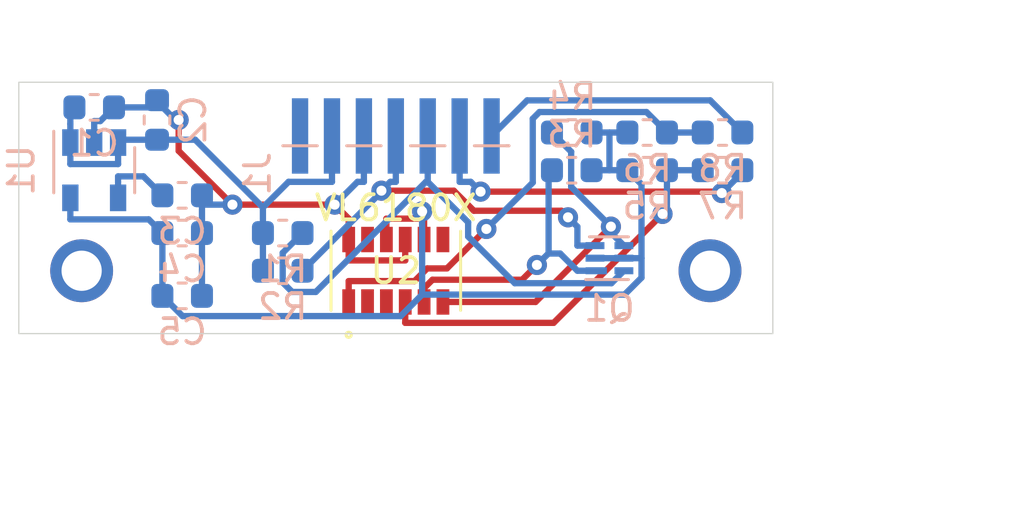
<source format=kicad_pcb>
(kicad_pcb (version 20211014) (generator pcbnew)
  (layers (0 "F.Cu" signal) (31 "B.Cu" signal) (34 "B.Paste" user) (35 "F.Paste" user) (36 "B.SilkS" user "B.Silkscreen") (37 "F.SilkS" user "F.Silkscreen") (38 "B.Mask" user) (39 "F.Mask" user) (44 "Edge.Cuts" user))
  (net 0 "")
  (net 1 "GND")
  (net 2 "VCC")
  (net 3 "Net-(C3-Pad1)")
  (net 4 "VDD")
  (net 5 "Net-(J1-Pad7)")
  (net 6 "Net-(J1-Pad6)")
  (net 7 "Net-(J1-Pad5)")
  (net 8 "Net-(J1-Pad4)")
  (net 9 "Net-(Q1-Pad4)")
  (net 10 "Net-(Q1-Pad1)")
  (net 11 "Net-(R5-Pad2)")
  (net 12 "Net-(R6-Pad2)")
  (footprint "0.main.robot:VL6180XV0NR&slash_1" (layer "F.Cu") (at 130 107.5 90)
    (fp_text reference "U2" (at 0 0 180) (layer "F.SilkS"))
    (fp_text value "VL6180X" (at 2.5 0 180) (layer "F.SilkS"))
    (fp_line (start 1.5748 -2.5781) (end -1.5748 -2.5781) (layer "F.SilkS") (width 0.12))
    (fp_line (start -1.5748 2.5781) (end 1.5748 2.5781) (layer "F.SilkS") (width 0.12))
    (fp_circle (center -2.548599 -1.875) (end -2.446999 -1.875) (layer "F.SilkS") (width 0.12) (fill none))
    (pad "1" smd rect locked (at -1.2422 -1.875 90) (size 1.011199 0.5088) (layers "F.Cu" "F.Paste" "F.Mask") (net 12 "Net-(R6-Pad2)"))
    (pad "2" smd rect locked (at -1.2422 -1.124999 90) (size 1.011199 0.5088) (layers "F.Cu" "F.Paste" "F.Mask"))
    (pad "3" smd rect locked (at -1.2422 -0.375001 90) (size 1.011199 0.5088) (layers "F.Cu" "F.Paste" "F.Mask"))
    (pad "4" smd rect locked (at -1.2422 0.375001 90) (size 1.011199 0.5088) (layers "F.Cu" "F.Paste" "F.Mask") (net 11 "Net-(R5-Pad2)"))
    (pad "5" smd rect locked (at -1.2422 1.124999 90) (size 1.011199 0.5088) (layers "F.Cu" "F.Paste" "F.Mask") (net 10 "Net-(Q1-Pad1)"))
    (pad "6" smd rect locked (at -1.2422 1.875 90) (size 1.011199 0.5088) (layers "F.Cu" "F.Paste" "F.Mask") (net 9 "Net-(Q1-Pad4)"))
    (pad "7" smd rect locked (at 1.2422 1.875 90) (size 1.011199 0.5088) (layers "F.Cu" "F.Paste" "F.Mask"))
    (pad "8" smd rect locked (at 1.2422 1.124999 90) (size 1.011199 0.5088) (layers "F.Cu" "F.Paste" "F.Mask") (net 4 "VDD"))
    (pad "9" smd rect locked (at 1.2422 0.375001 90) (size 1.011199 0.5088) (layers "F.Cu" "F.Paste" "F.Mask") (net 1 "GND"))
    (pad "10" smd rect locked (at 1.2422 -0.375001 90) (size 1.011199 0.5088) (layers "F.Cu" "F.Paste" "F.Mask") (net 4 "VDD"))
    (pad "11" smd rect locked (at 1.2422 -1.124999 90) (size 1.011199 0.5088) (layers "F.Cu" "F.Paste" "F.Mask"))
    (pad "12" smd rect locked (at 1.2422 -1.875 90) (size 1.011199 0.5088) (layers "F.Cu" "F.Paste" "F.Mask") (net 1 "GND"))
  )
  (footprint "Capacitor_SMD:C_0603_1608Metric" (layer "B.Cu") (at 118 101)
    (fp_text reference "C1" (at 0 1.43) (layer "B.SilkS") (effects (justify mirror)))
    (fp_text value "1u")
    (fp_line (start -0.162779 -0.51) (end 0.162779 -0.51) (layer "B.SilkS") (width 0.12))
    (fp_line (start -0.162779 0.51) (end 0.162779 0.51) (layer "B.SilkS") (width 0.12))
    (pad "1" smd roundrect locked (at -0.7875 0) (size 0.875 0.95) (layers "B.Cu" "B.Paste" "B.Mask") (net 2 "VCC"))
    (pad "2" smd roundrect locked (at 0.7875 0) (size 0.875 0.95) (layers "B.Cu" "B.Paste" "B.Mask") (net 1 "GND"))
  )
  (footprint "Capacitor_SMD:C_0603_1608Metric" (layer "B.Cu") (at 120.5 101.5 90)
    (fp_text reference "C2" (at 0 1.43 90) (layer "B.SilkS") (effects (justify mirror)))
    (fp_text value "0.1u")
    (fp_line (start -0.162779 -0.51) (end 0.162779 -0.51) (layer "B.SilkS") (width 0.12))
    (fp_line (start -0.162779 0.51) (end 0.162779 0.51) (layer "B.SilkS") (width 0.12))
    (pad "1" smd roundrect locked (at -0.7875 0 90) (size 0.875 0.95) (layers "B.Cu" "B.Paste" "B.Mask") (net 2 "VCC"))
    (pad "2" smd roundrect locked (at 0.7875 0 90) (size 0.875 0.95) (layers "B.Cu" "B.Paste" "B.Mask") (net 1 "GND"))
  )
  (footprint "Capacitor_SMD:C_0603_1608Metric" (layer "B.Cu") (at 121.5 104.5)
    (fp_text reference "C3" (at 0 1.43) (layer "B.SilkS") (effects (justify mirror)))
    (fp_text value "0.01u")
    (fp_line (start -0.162779 0.51) (end 0.162779 0.51) (layer "B.SilkS") (width 0.12))
    (fp_line (start -0.162779 -0.51) (end 0.162779 -0.51) (layer "B.SilkS") (width 0.12))
    (pad "1" smd roundrect locked (at -0.7875 0) (size 0.875 0.95) (layers "B.Cu" "B.Paste" "B.Mask") (net 3 "Net-(C3-Pad1)"))
    (pad "2" smd roundrect locked (at 0.7875 0) (size 0.875 0.95) (layers "B.Cu" "B.Paste" "B.Mask") (net 1 "GND"))
  )
  (footprint "Capacitor_SMD:C_0603_1608Metric" (layer "B.Cu") (at 121.5 106)
    (fp_text reference "C4" (at 0 1.43) (layer "B.SilkS") (effects (justify mirror)))
    (fp_text value "1u")
    (fp_line (start -0.162779 0.51) (end 0.162779 0.51) (layer "B.SilkS") (width 0.12))
    (fp_line (start -0.162779 -0.51) (end 0.162779 -0.51) (layer "B.SilkS") (width 0.12))
    (pad "1" smd roundrect locked (at -0.7875 0) (size 0.875 0.95) (layers "B.Cu" "B.Paste" "B.Mask") (net 4 "VDD"))
    (pad "2" smd roundrect locked (at 0.7875 0) (size 0.875 0.95) (layers "B.Cu" "B.Paste" "B.Mask") (net 1 "GND"))
  )
  (footprint "Capacitor_SMD:C_0603_1608Metric" (layer "B.Cu") (at 121.5 108.5)
    (fp_text reference "C5" (at 0 1.43) (layer "B.SilkS") (effects (justify mirror)))
    (fp_text value "0.1u")
    (fp_line (start -0.162779 -0.51) (end 0.162779 -0.51) (layer "B.SilkS") (width 0.12))
    (fp_line (start -0.162779 0.51) (end 0.162779 0.51) (layer "B.SilkS") (width 0.12))
    (pad "1" smd roundrect locked (at -0.7875 0) (size 0.875 0.95) (layers "B.Cu" "B.Paste" "B.Mask") (net 4 "VDD"))
    (pad "2" smd roundrect locked (at 0.7875 0) (size 0.875 0.95) (layers "B.Cu" "B.Paste" "B.Mask") (net 1 "GND"))
  )
  (footprint "Package_SON:WSON-6_1.5x1.5mm_P0.5mm" (layer "B.Cu") (at 138.5 107)
    (fp_text reference "Q1" (at 0 2) (layer "B.SilkS") (effects (justify mirror)))
    (fp_text value "SSM6N42FE")
    (fp_line (start -0.945 0.85) (end 0.755 0.85) (layer "B.SilkS") (width 0.12))
    (fp_line (start -0.795 -0.85) (end 0.755 -0.85) (layer "B.SilkS") (width 0.12))
    (pad "1" smd rect locked (at -0.525 0.5 90) (size 0.28 0.85) (layers "B.Cu" "B.Paste" "B.Mask") (net 10 "Net-(Q1-Pad1)"))
    (pad "2" smd rect locked (at -0.575 0 90) (size 0.28 0.75) (layers "B.Cu" "B.Paste" "B.Mask") (net 4 "VDD"))
    (pad "3" smd rect locked (at -0.575 -0.5 90) (size 0.28 0.75) (layers "B.Cu" "B.Paste" "B.Mask") (net 8 "Net-(J1-Pad4)"))
    (pad "4" smd rect locked (at 0.575 -0.5 90) (size 0.28 0.75) (layers "B.Cu" "B.Paste" "B.Mask") (net 9 "Net-(Q1-Pad4)"))
    (pad "5" smd rect locked (at 0.575 0 90) (size 0.28 0.75) (layers "B.Cu" "B.Paste" "B.Mask") (net 4 "VDD"))
    (pad "6" smd rect locked (at 0.575 0.5 90) (size 0.28 0.75) (layers "B.Cu" "B.Paste" "B.Mask") (net 7 "Net-(J1-Pad5)"))
  )
  (footprint "Resistor_SMD:R_0603_1608Metric" (layer "B.Cu") (at 125.5 106)
    (fp_text reference "R1" (at 0 1.43) (layer "B.SilkS") (effects (justify mirror)))
    (fp_text value "10k")
    (fp_line (start -0.162779 -0.51) (end 0.162779 -0.51) (layer "B.SilkS") (width 0.12))
    (fp_line (start -0.162779 0.51) (end 0.162779 0.51) (layer "B.SilkS") (width 0.12))
    (pad "1" smd roundrect locked (at -0.7875 0) (size 0.875 0.95) (layers "B.Cu" "B.Paste" "B.Mask") (net 2 "VCC"))
    (pad "2" smd roundrect locked (at 0.7875 0) (size 0.875 0.95) (layers "B.Cu" "B.Paste" "B.Mask") (net 7 "Net-(J1-Pad5)"))
  )
  (footprint "Resistor_SMD:R_0603_1608Metric" (layer "B.Cu") (at 125.5 107.5)
    (fp_text reference "R2" (at 0 1.43) (layer "B.SilkS") (effects (justify mirror)))
    (fp_text value "10k")
    (fp_line (start -0.162779 0.51) (end 0.162779 0.51) (layer "B.SilkS") (width 0.12))
    (fp_line (start -0.162779 -0.51) (end 0.162779 -0.51) (layer "B.SilkS") (width 0.12))
    (pad "1" smd roundrect locked (at -0.7875 0) (size 0.875 0.95) (layers "B.Cu" "B.Paste" "B.Mask") (net 2 "VCC"))
    (pad "2" smd roundrect locked (at 0.7875 0) (size 0.875 0.95) (layers "B.Cu" "B.Paste" "B.Mask") (net 8 "Net-(J1-Pad4)"))
  )
  (footprint "Resistor_SMD:R_0603_1608Metric" (layer "B.Cu") (at 137 103.5 180)
    (fp_text reference "R3" (at 0 1.43) (layer "B.SilkS") (effects (justify mirror)))
    (fp_text value "10k")
    (fp_line (start -0.162779 -0.51) (end 0.162779 -0.51) (layer "B.SilkS") (width 0.12))
    (fp_line (start -0.162779 0.51) (end 0.162779 0.51) (layer "B.SilkS") (width 0.12))
    (pad "1" smd roundrect locked (at -0.7875 0 180) (size 0.875 0.95) (layers "B.Cu" "B.Paste" "B.Mask") (net 4 "VDD"))
    (pad "2" smd roundrect locked (at 0.7875 0 180) (size 0.875 0.95) (layers "B.Cu" "B.Paste" "B.Mask") (net 10 "Net-(Q1-Pad1)"))
  )
  (footprint "Resistor_SMD:R_0603_1608Metric" (layer "B.Cu") (at 137 102 180)
    (fp_text reference "R4" (at 0 1.43) (layer "B.SilkS") (effects (justify mirror)))
    (fp_text value "10k")
    (fp_line (start -0.162779 0.51) (end 0.162779 0.51) (layer "B.SilkS") (width 0.12))
    (fp_line (start -0.162779 -0.51) (end 0.162779 -0.51) (layer "B.SilkS") (width 0.12))
    (pad "1" smd roundrect locked (at -0.7875 0 180) (size 0.875 0.95) (layers "B.Cu" "B.Paste" "B.Mask") (net 4 "VDD"))
    (pad "2" smd roundrect locked (at 0.7875 0 180) (size 0.875 0.95) (layers "B.Cu" "B.Paste" "B.Mask") (net 9 "Net-(Q1-Pad4)"))
  )
  (footprint "Resistor_SMD:R_0603_1608Metric" (layer "B.Cu") (at 140 103.5)
    (fp_text reference "R5" (at 0 1.43) (layer "B.SilkS") (effects (justify mirror)))
    (fp_text value "47k")
    (fp_line (start -0.162779 -0.51) (end 0.162779 -0.51) (layer "B.SilkS") (width 0.12))
    (fp_line (start -0.162779 0.51) (end 0.162779 0.51) (layer "B.SilkS") (width 0.12))
    (pad "1" smd roundrect locked (at -0.7875 0) (size 0.875 0.95) (layers "B.Cu" "B.Paste" "B.Mask") (net 4 "VDD"))
    (pad "2" smd roundrect locked (at 0.7875 0) (size 0.875 0.95) (layers "B.Cu" "B.Paste" "B.Mask") (net 11 "Net-(R5-Pad2)"))
  )
  (footprint "Resistor_SMD:R_0603_1608Metric" (layer "B.Cu") (at 140 102)
    (fp_text reference "R6" (at 0 1.43) (layer "B.SilkS") (effects (justify mirror)))
    (fp_text value "47k")
    (fp_line (start -0.162779 -0.51) (end 0.162779 -0.51) (layer "B.SilkS") (width 0.12))
    (fp_line (start -0.162779 0.51) (end 0.162779 0.51) (layer "B.SilkS") (width 0.12))
    (pad "1" smd roundrect locked (at -0.7875 0) (size 0.875 0.95) (layers "B.Cu" "B.Paste" "B.Mask") (net 4 "VDD"))
    (pad "2" smd roundrect locked (at 0.7875 0) (size 0.875 0.95) (layers "B.Cu" "B.Paste" "B.Mask") (net 12 "Net-(R6-Pad2)"))
  )
  (footprint "Resistor_SMD:R_0603_1608Metric" (layer "B.Cu") (at 143 103.5)
    (fp_text reference "R7" (at 0 1.43) (layer "B.SilkS") (effects (justify mirror)))
    (fp_text value "1k")
    (fp_line (start -0.162779 0.51) (end 0.162779 0.51) (layer "B.SilkS") (width 0.12))
    (fp_line (start -0.162779 -0.51) (end 0.162779 -0.51) (layer "B.SilkS") (width 0.12))
    (pad "1" smd roundrect locked (at -0.7875 0) (size 0.875 0.95) (layers "B.Cu" "B.Paste" "B.Mask") (net 11 "Net-(R5-Pad2)"))
    (pad "2" smd roundrect locked (at 0.7875 0) (size 0.875 0.95) (layers "B.Cu" "B.Paste" "B.Mask") (net 6 "Net-(J1-Pad6)"))
  )
  (footprint "Resistor_SMD:R_0603_1608Metric" (layer "B.Cu") (at 143 102)
    (fp_text reference "R8" (at 0 1.43) (layer "B.SilkS") (effects (justify mirror)))
    (fp_text value "1k")
    (fp_line (start -0.162779 -0.51) (end 0.162779 -0.51) (layer "B.SilkS") (width 0.12))
    (fp_line (start -0.162779 0.51) (end 0.162779 0.51) (layer "B.SilkS") (width 0.12))
    (pad "1" smd roundrect locked (at -0.7875 0) (size 0.875 0.95) (layers "B.Cu" "B.Paste" "B.Mask") (net 12 "Net-(R6-Pad2)"))
    (pad "2" smd roundrect locked (at 0.7875 0) (size 0.875 0.95) (layers "B.Cu" "B.Paste" "B.Mask") (net 5 "Net-(J1-Pad7)"))
  )
  (footprint "Package_TO_SOT_SMD:SOT-23-5" (layer "B.Cu") (at 118 103.5 -90)
    (fp_text reference "U1" (at 0 2.9 90) (layer "B.SilkS") (effects (justify mirror)))
    (fp_text value "Si91841")
    (fp_line (start 0.9 1.61) (end -1.55 1.61) (layer "B.SilkS") (width 0.12))
    (fp_line (start -0.9 -1.61) (end 0.9 -1.61) (layer "B.SilkS") (width 0.12))
    (pad "1" smd rect locked (at -1.1 0.95 270) (size 1.06 0.65) (layers "B.Cu" "B.Paste" "B.Mask") (net 2 "VCC"))
    (pad "2" smd rect locked (at -1.1 0 270) (size 1.06 0.65) (layers "B.Cu" "B.Paste" "B.Mask") (net 1 "GND"))
    (pad "3" smd rect locked (at -1.1 -0.95 270) (size 1.06 0.65) (layers "B.Cu" "B.Paste" "B.Mask") (net 2 "VCC"))
    (pad "4" smd rect locked (at 1.1 -0.95 270) (size 1.06 0.65) (layers "B.Cu" "B.Paste" "B.Mask") (net 3 "Net-(C3-Pad1)"))
    (pad "5" smd rect locked (at 1.1 0.95 270) (size 1.06 0.65) (layers "B.Cu" "B.Paste" "B.Mask") (net 4 "VDD"))
  )
  (footprint "0.main.robot:Pin_1x07_P1.27mm_SMD" (layer "B.Cu") (at 130 103.6375 -90)
    (fp_text reference "J1" (at 0 5.505 90) (layer "B.SilkS") (effects (justify mirror)))
    (fp_text value "Conn_01x07")
    (fp_line (start -1.11 -3.125) (end -1.11 -4.495) (layer "B.SilkS") (width 0.12))
    (fp_line (start -1.11 1.955) (end -1.11 0.585) (layer "B.SilkS") (width 0.12))
    (fp_line (start -1.11 -4.395) (end -1.11 -4.505) (layer "B.SilkS") (width 0.12))
    (fp_line (start -1.11 -0.585) (end -1.11 -1.955) (layer "B.SilkS") (width 0.12))
    (fp_line (start -1.11 4.495) (end -1.11 3.125) (layer "B.SilkS") (width 0.12))
    (pad "1" smd rect (at -1.5 3.81 270) (size 3 0.65) (layers "B.Cu" "B.Paste" "B.Mask"))
    (pad "2" smd rect (at -1.5 2.54 270) (size 3 0.65) (layers "B.Cu" "B.Paste" "B.Mask") (net 2 "VCC"))
    (pad "3" smd rect (at -1.5 1.27 270) (size 3 0.65) (layers "B.Cu" "B.Paste" "B.Mask") (net 1 "GND"))
    (pad "4" smd rect (at -1.5 0 270) (size 3 0.65) (layers "B.Cu" "B.Paste" "B.Mask") (net 8 "Net-(J1-Pad4)"))
    (pad "5" smd rect (at -1.5 -1.27 270) (size 3 0.65) (layers "B.Cu" "B.Paste" "B.Mask") (net 7 "Net-(J1-Pad5)"))
    (pad "6" smd rect (at -1.5 -2.54 270) (size 3 0.65) (layers "B.Cu" "B.Paste" "B.Mask") (net 6 "Net-(J1-Pad6)"))
    (pad "7" smd rect (at -1.5 -3.81 270) (size 3 0.65) (layers "B.Cu" "B.Paste" "B.Mask") (net 5 "Net-(J1-Pad7)"))
  )
  (gr_rect (start 115 100) (end 145 110) (layer "Edge.Cuts") (width 0.05) (fill none))
  (via (at 117.5 107.5) (size 2.5) (drill 1.6) (layers "F.Cu" "B.Cu") (net 0))
  (via (at 142.5 107.5) (size 2.5) (drill 1.6) (layers "F.Cu" "B.Cu") (net 0))
  (segment (start 128.125 107.0887) (end 130.375 107.0887) (width 0.25) (layer "F.Cu") (net 1))
  (segment (start 121.3594 101.5) (end 121.3594 102.7297) (width 0.25) (layer "F.Cu") (net 1))
  (segment (start 128.125 106.2578) (end 128.125 105.4269) (width 0.25) (layer "F.Cu") (net 1))
  (segment (start 130.375 106.2578) (end 130.375 107.0887) (width 0.25) (layer "F.Cu") (net 1))
  (segment (start 121.3594 102.7297) (end 123.5 104.8703) (width 0.25) (layer "F.Cu") (net 1))
  (segment (start 123.5 104.8703) (end 127.5684 104.8703) (width 0.25) (layer "F.Cu") (net 1))
  (segment (start 128.125 106.2578) (end 128.125 107.0887) (width 0.25) (layer "F.Cu") (net 1))
  (segment (start 127.5684 104.8703) (end 128.125 105.4269) (width 0.25) (layer "F.Cu") (net 1))
  (via (at 121.3594 101.5) (size 0.8) (drill 0.4) (layers "F.Cu" "B.Cu") (net 1))
  (via (at 123.5 104.8703) (size 0.8) (drill 0.4) (layers "F.Cu" "B.Cu") (net 1))
  (via (at 127.5684 104.8703) (size 0.8) (drill 0.4) (layers "F.Cu" "B.Cu") (net 1))
  (segment (start 122.2875 108.5) (end 122.2875 106) (width 0.25) (layer "B.Cu") (net 1))
  (segment (start 123.5 104.8703) (end 122.2875 104.8703) (width 0.25) (layer "B.Cu") (net 1))
  (segment (start 120.5 100.7125) (end 120.5 100.7703) (width 0.25) (layer "B.Cu") (net 1))
  (segment (start 118.2428 101.5447) (end 118 101.5447) (width 0.25) (layer "B.Cu") (net 1))
  (segment (start 120.5 100.7703) (end 120.2703 101) (width 0.25) (layer "B.Cu") (net 1))
  (segment (start 128.4759 103.9628) (end 127.5684 104.8703) (width 0.25) (layer "B.Cu") (net 1))
  (segment (start 118 102.4) (end 118 101.5447) (width 0.25) (layer "B.Cu") (net 1))
  (segment (start 121.3594 101.5) (end 121.2297 101.5) (width 0.25) (layer "B.Cu") (net 1))
  (segment (start 122.2875 104.8703) (end 122.2875 104.5) (width 0.25) (layer "B.Cu") (net 1))
  (segment (start 120.2703 101) (end 118.7875 101) (width 0.25) (layer "B.Cu") (net 1))
  (segment (start 118.7875 101) (end 118.2428 101.5447) (width 0.25) (layer "B.Cu") (net 1))
  (segment (start 128.73 102.1375) (end 128.73 103.9628) (width 0.25) (layer "B.Cu") (net 1))
  (segment (start 128.73 103.9628) (end 128.4759 103.9628) (width 0.25) (layer "B.Cu") (net 1))
  (segment (start 121.2297 101.5) (end 120.5 100.7703) (width 0.25) (layer "B.Cu") (net 1))
  (segment (start 122.2875 106) (end 122.2875 104.8703) (width 0.25) (layer "B.Cu") (net 1))
  (segment (start 125.7311 103.9628) (end 124.7125 104.9814) (width 0.25) (layer "B.Cu") (net 2))
  (segment (start 117.05 101.6573) (end 117.05 101.1625) (width 0.25) (layer "B.Cu") (net 2))
  (segment (start 124.7125 106) (end 124.7125 107.5) (width 0.25) (layer "B.Cu") (net 2))
  (segment (start 117.05 101.1625) (end 117.2125 101) (width 0.25) (layer "B.Cu") (net 2))
  (segment (start 120.5 102.2875) (end 119.0625 102.2875) (width 0.25) (layer "B.Cu") (net 2))
  (segment (start 117.05 102.4) (end 117.05 101.6573) (width 0.25) (layer "B.Cu") (net 2))
  (segment (start 122.0186 102.2875) (end 120.5 102.2875) (width 0.25) (layer "B.Cu") (net 2))
  (segment (start 119.0625 102.2875) (end 118.95 102.4) (width 0.25) (layer "B.Cu") (net 2))
  (segment (start 118.95 102.4) (end 118.95 103.2553) (width 0.25) (layer "B.Cu") (net 2))
  (segment (start 117.05 102.4) (end 117.05 103.2553) (width 0.25) (layer "B.Cu") (net 2))
  (segment (start 124.7125 104.9814) (end 122.0186 102.2875) (width 0.25) (layer "B.Cu") (net 2))
  (segment (start 127.46 102.1375) (end 127.46 103.9628) (width 0.25) (layer "B.Cu") (net 2))
  (segment (start 127.46 103.9628) (end 125.7311 103.9628) (width 0.25) (layer "B.Cu") (net 2))
  (segment (start 118.95 103.2553) (end 117.05 103.2553) (width 0.25) (layer "B.Cu") (net 2))
  (segment (start 124.7125 104.9814) (end 124.7125 106) (width 0.25) (layer "B.Cu") (net 2))
  (segment (start 118.95 103.7447) (end 119.9572 103.7447) (width 0.25) (layer "B.Cu") (net 3))
  (segment (start 118.95 104.6) (end 118.95 103.7447) (width 0.25) (layer "B.Cu") (net 3))
  (segment (start 119.9572 103.7447) (end 120.7125 104.5) (width 0.25) (layer "B.Cu") (net 3))
  (segment (start 129.625 105.4269) (end 131.0469 105.4269) (width 0.25) (layer "F.Cu") (net 4))
  (segment (start 131.125 106.2578) (end 131.125 105.4269) (width 0.25) (layer "F.Cu") (net 4))
  (segment (start 131.0469 105.1386) (end 131.0469 105.4269) (width 0.25) (layer "F.Cu") (net 4))
  (segment (start 129.625 106.2578) (end 129.625 105.4269) (width 0.25) (layer "F.Cu") (net 4))
  (segment (start 131.0469 105.4269) (end 131.125 105.4269) (width 0.25) (layer "F.Cu") (net 4))
  (via (at 131.0469 105.1386) (size 0.8) (drill 0.4) (layers "F.Cu" "B.Cu") (net 4))
  (segment (start 139.2125 103.5) (end 138.5 103.5) (width 0.25) (layer "B.Cu") (net 4))
  (segment (start 131.0469 108.4499) (end 139.1002 108.4499) (width 0.25) (layer "B.Cu") (net 4))
  (segment (start 139.1002 108.4499) (end 139.7753 107.7748) (width 0.25) (layer "B.Cu") (net 4))
  (segment (start 117.05 104.6) (end 117.05 105.4553) (width 0.25) (layer "B.Cu") (net 4))
  (segment (start 139.7753 107.7748) (end 139.7753 107) (width 0.25) (layer "B.Cu") (net 4))
  (segment (start 130.1931 109.3037) (end 131.0469 108.4499) (width 0.25) (layer "B.Cu") (net 4))
  (segment (start 138.5 103.5) (end 137.7875 103.5) (width 0.25) (layer "B.Cu") (net 4))
  (segment (start 138.5 102) (end 138.5 103.5) (width 0.25) (layer "B.Cu") (net 4))
  (segment (start 120.7125 106) (end 120.7125 108.5) (width 0.25) (layer "B.Cu") (net 4))
  (segment (start 139.075 107) (end 137.925 107) (width 0.25) (layer "B.Cu") (net 4))
  (segment (start 121.5162 109.3037) (end 130.1931 109.3037) (width 0.25) (layer "B.Cu") (net 4))
  (segment (start 139.075 107) (end 139.7753 107) (width 0.25) (layer "B.Cu") (net 4))
  (segment (start 120.1678 105.4553) (end 120.7125 106) (width 0.25) (layer "B.Cu") (net 4))
  (segment (start 139.7753 107) (end 139.7753 104.0628) (width 0.25) (layer "B.Cu") (net 4))
  (segment (start 139.2125 102) (end 138.5 102) (width 0.25) (layer "B.Cu") (net 4))
  (segment (start 139.7753 104.0628) (end 139.2125 103.5) (width 0.25) (layer "B.Cu") (net 4))
  (segment (start 131.0469 108.4499) (end 131.0469 105.1386) (width 0.25) (layer "B.Cu") (net 4))
  (segment (start 117.05 105.4553) (end 120.1678 105.4553) (width 0.25) (layer "B.Cu") (net 4))
  (segment (start 120.7125 108.5) (end 121.5162 109.3037) (width 0.25) (layer "B.Cu") (net 4))
  (segment (start 138.5 102) (end 137.7875 102) (width 0.25) (layer "B.Cu") (net 4))
  (segment (start 142.5083 100.7208) (end 135.2267 100.7208) (width 0.25) (layer "B.Cu") (net 5))
  (segment (start 135.2267 100.7208) (end 133.81 102.1375) (width 0.25) (layer "B.Cu") (net 5))
  (segment (start 143.7875 102) (end 142.5083 100.7208) (width 0.25) (layer "B.Cu") (net 5))
  (segment (start 133.3722 104.3531) (end 142.9125 104.3531) (width 0.25) (layer "F.Cu") (net 6))
  (segment (start 142.9125 104.3531) (end 142.9682 104.4088) (width 0.25) (layer "F.Cu") (net 6))
  (via (at 133.3722 104.3531) (size 0.8) (drill 0.4) (layers "F.Cu" "B.Cu") (net 6))
  (via (at 142.9682 104.4088) (size 0.8) (drill 0.4) (layers "F.Cu" "B.Cu") (net 6))
  (segment (start 132.54 102.1375) (end 132.54 103.9628) (width 0.25) (layer "B.Cu") (net 6))
  (segment (start 132.9819 103.9628) (end 133.3722 104.3531) (width 0.25) (layer "B.Cu") (net 6))
  (segment (start 143.7875 103.5) (end 143.7875 103.5895) (width 0.25) (layer "B.Cu") (net 6))
  (segment (start 132.54 103.9628) (end 132.9819 103.9628) (width 0.25) (layer "B.Cu") (net 6))
  (segment (start 143.7875 103.5895) (end 142.9682 104.4088) (width 0.25) (layer "B.Cu") (net 6))
  (segment (start 131.27 102.1375) (end 131.27 103.9628) (width 0.25) (layer "B.Cu") (net 7))
  (segment (start 134.7349 107.9955) (end 138.5795 107.9955) (width 0.25) (layer "B.Cu") (net 7))
  (segment (start 126.8164 108.3434) (end 125.8761 108.3434) (width 0.25) (layer "B.Cu") (net 7))
  (segment (start 125.8761 108.3434) (end 125.5 107.9673) (width 0.25) (layer "B.Cu") (net 7))
  (segment (start 132.8776 105.5704) (end 132.8776 106.1382) (width 0.25) (layer "B.Cu") (net 7))
  (segment (start 131.27 103.9628) (end 131.197 103.9628) (width 0.25) (layer "B.Cu") (net 7))
  (segment (start 138.5795 107.9955) (end 139.075 107.5) (width 0.25) (layer "B.Cu") (net 7))
  (segment (start 125.5 106.7875) (end 126.2875 106) (width 0.25) (layer "B.Cu") (net 7))
  (segment (start 132.8776 106.1382) (end 134.7349 107.9955) (width 0.25) (layer "B.Cu") (net 7))
  (segment (start 131.197 103.9628) (end 126.8164 108.3434) (width 0.25) (layer "B.Cu") (net 7))
  (segment (start 131.27 103.9628) (end 132.8776 105.5704) (width 0.25) (layer "B.Cu") (net 7))
  (segment (start 125.5 107.9673) (end 125.5 106.7875) (width 0.25) (layer "B.Cu") (net 7))
  (segment (start 133.1059 105.1125) (end 132.3084 104.315) (width 0.25) (layer "F.Cu") (net 8))
  (segment (start 136.851 105.3744) (end 136.5891 105.1125) (width 0.25) (layer "F.Cu") (net 8))
  (segment (start 132.3084 104.315) (end 129.4275 104.315) (width 0.25) (layer "F.Cu") (net 8))
  (segment (start 136.5891 105.1125) (end 133.1059 105.1125) (width 0.25) (layer "F.Cu") (net 8))
  (via (at 136.851 105.3744) (size 0.8) (drill 0.4) (layers "F.Cu" "B.Cu") (net 8))
  (via (at 129.4275 104.315) (size 0.8) (drill 0.4) (layers "F.Cu" "B.Cu") (net 8))
  (segment (start 129.7797 103.9628) (end 129.4275 104.315) (width 0.25) (layer "B.Cu") (net 8))
  (segment (start 137.925 106.5) (end 137.2247 106.5) (width 0.25) (layer "B.Cu") (net 8))
  (segment (start 130 102.1375) (end 130 103.9628) (width 0.25) (layer "B.Cu") (net 8))
  (segment (start 129.4275 104.315) (end 129.4275 104.36) (width 0.25) (layer "B.Cu") (net 8))
  (segment (start 137.2247 106.5) (end 137.2247 105.7481) (width 0.25) (layer "B.Cu") (net 8))
  (segment (start 137.2247 105.7481) (end 136.851 105.3744) (width 0.25) (layer "B.Cu") (net 8))
  (segment (start 130 103.9628) (end 129.7797 103.9628) (width 0.25) (layer "B.Cu") (net 8))
  (segment (start 129.4275 104.36) (end 126.2875 107.5) (width 0.25) (layer "B.Cu") (net 8))
  (segment (start 131.875 108.7422) (end 135.5598 108.7422) (width 0.25) (layer "F.Cu") (net 9))
  (segment (start 135.5598 108.7422) (end 138.5582 105.7438) (width 0.25) (layer "F.Cu") (net 9))
  (via (at 138.5582 105.7438) (size 0.8) (drill 0.4) (layers "F.Cu" "B.Cu") (net 9))
  (segment (start 136.9762 104.1618) (end 136.9762 102.7637) (width 0.25) (layer "B.Cu") (net 9))
  (segment (start 138.5582 105.9832) (end 138.5582 105.7438) (width 0.25) (layer "B.Cu") (net 9))
  (segment (start 136.9762 102.7637) (end 136.2125 102) (width 0.25) (layer "B.Cu") (net 9))
  (segment (start 139.075 106.5) (end 138.5582 105.9832) (width 0.25) (layer "B.Cu") (net 9))
  (segment (start 138.5582 105.7438) (end 136.9762 104.1618) (width 0.25) (layer "B.Cu") (net 9))
  (segment (start 131.4582 107.8573) (end 131.125 108.1905) (width 0.25) (layer "F.Cu") (net 10))
  (segment (start 131.125 108.1905) (end 131.125 108.7422) (width 0.25) (layer "F.Cu") (net 10))
  (segment (start 135.0261 107.8573) (end 131.4582 107.8573) (width 0.25) (layer "F.Cu") (net 10))
  (segment (start 135.6132 107.2702) (end 135.0261 107.8573) (width 0.25) (layer "F.Cu") (net 10))
  (via (at 135.6132 107.2702) (size 0.8) (drill 0.4) (layers "F.Cu" "B.Cu") (net 10))
  (segment (start 137.975 107.5) (end 137.2247 107.5) (width 0.25) (layer "B.Cu") (net 10))
  (segment (start 136.5395 106.8148) (end 136.0795 106.8148) (width 0.25) (layer "B.Cu") (net 10))
  (segment (start 136.0686 106.8148) (end 135.6132 107.2702) (width 0.25) (layer "B.Cu") (net 10))
  (segment (start 136.0795 106.8148) (end 136.0686 106.8148) (width 0.25) (layer "B.Cu") (net 10))
  (segment (start 137.2247 107.5) (end 136.5395 106.8148) (width 0.25) (layer "B.Cu") (net 10))
  (segment (start 136.2125 103.5) (end 136.0795 103.633) (width 0.25) (layer "B.Cu") (net 10))
  (segment (start 136.0795 103.633) (end 136.0795 106.8148) (width 0.25) (layer "B.Cu") (net 10))
  (segment (start 140.6127 105.239) (end 136.2786 109.5731) (width 0.25) (layer "F.Cu") (net 11))
  (segment (start 130.375 108.7422) (end 130.375 109.5731) (width 0.25) (layer "F.Cu") (net 11))
  (segment (start 136.2786 109.5731) (end 130.375 109.5731) (width 0.25) (layer "F.Cu") (net 11))
  (via (at 140.6127 105.239) (size 0.8) (drill 0.4) (layers "F.Cu" "B.Cu") (net 11))
  (segment (start 140.7875 103.5) (end 140.7875 105.0642) (width 0.25) (layer "B.Cu") (net 11))
  (segment (start 140.7875 105.0642) (end 140.6127 105.239) (width 0.25) (layer "B.Cu") (net 11))
  (segment (start 142.2125 103.5) (end 140.7875 103.5) (width 0.25) (layer "B.Cu") (net 11))
  (segment (start 130.7444 107.9113) (end 128.125 107.9113) (width 0.25) (layer "F.Cu") (net 12))
  (segment (start 132.0338 107.4069) (end 131.2488 107.4069) (width 0.25) (layer "F.Cu") (net 12))
  (segment (start 133.6029 105.8378) (end 132.0338 107.4069) (width 0.25) (layer "F.Cu") (net 12))
  (segment (start 128.125 108.7422) (end 128.125 107.9113) (width 0.25) (layer "F.Cu") (net 12))
  (segment (start 131.2488 107.4069) (end 130.7444 107.9113) (width 0.25) (layer "F.Cu") (net 12))
  (via (at 133.6029 105.8378) (size 0.8) (drill 0.4) (layers "F.Cu" "B.Cu") (net 12))
  (segment (start 142.2125 102) (end 140.7875 102) (width 0.25) (layer "B.Cu") (net 12))
  (segment (start 139.9725 101.185) (end 135.7146 101.185) (width 0.25) (layer "B.Cu") (net 12))
  (segment (start 135.4488 101.4508) (end 135.4488 103.9919) (width 0.25) (layer "B.Cu") (net 12))
  (segment (start 140.7875 102) (end 139.9725 101.185) (width 0.25) (layer "B.Cu") (net 12))
  (segment (start 135.7146 101.185) (end 135.4488 101.4508) (width 0.25) (layer "B.Cu") (net 12))
  (segment (start 135.4488 103.9919) (end 133.6029 105.8378) (width 0.25) (layer "B.Cu") (net 12))
)
</source>
